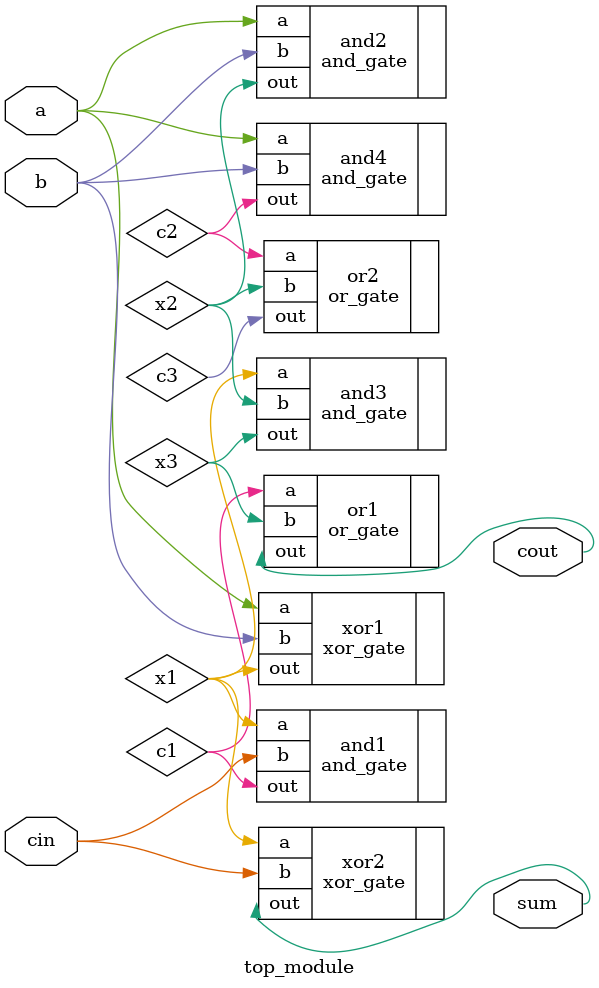
<source format=sv>
module top_module (
    input a,
    input b,
    input cin,
    output cout,
    output sum
);

    // Internal signals
    wire x1, x2, x3;
    wire c1, c2, c3;

    // Instantiate XOR and AND gates
    xor_gate xor1(.a(a), .b(b), .out(x1));
    xor_gate xor2(.a(x1), .b(cin), .out(sum));
    and_gate and1(.a(x1), .b(cin), .out(c1));
    and_gate and2(.a(a), .b(b), .out(x2));
    and_gate and3(.a(x1), .b(x2), .out(x3));
    and_gate and4(.a(a), .b(b), .out(c2));
    or_gate or1(.a(c1), .b(x3), .out(cout));
    or_gate or2(.a(c2), .b(x2), .out(c3));

endmodule

</source>
